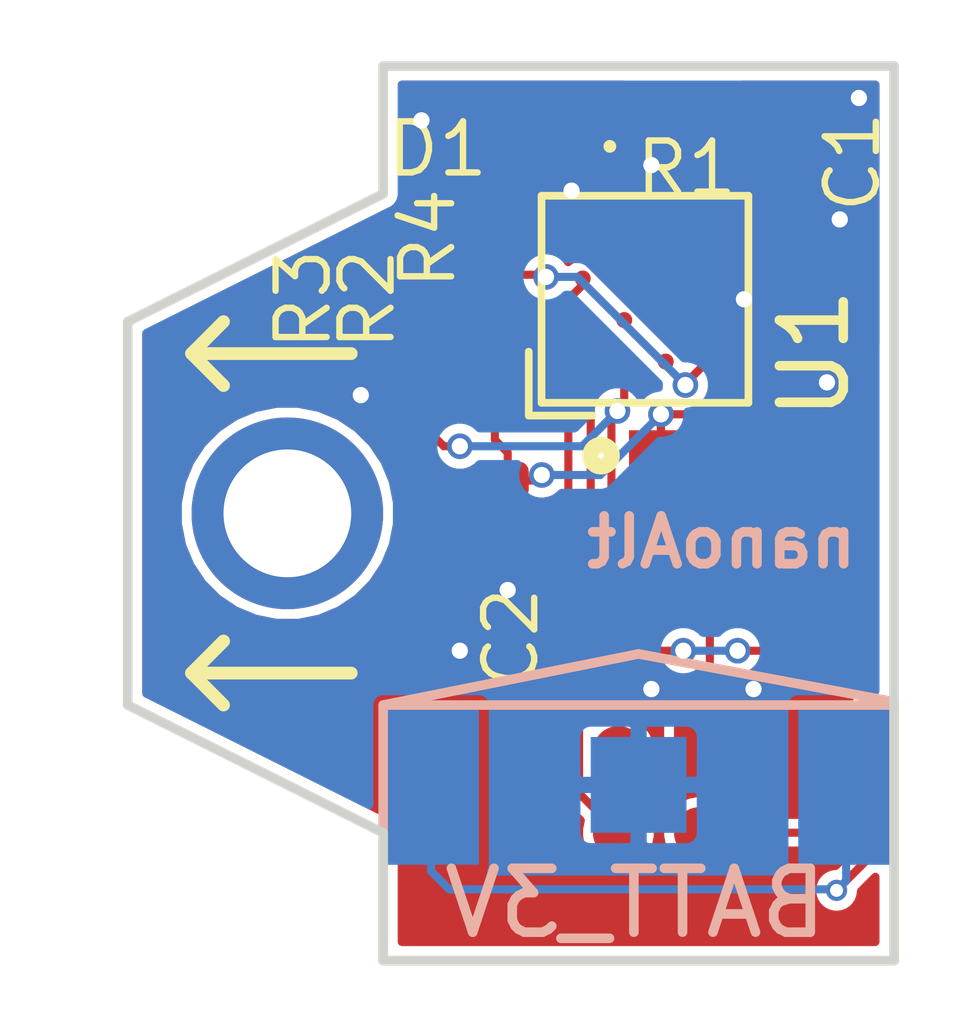
<source format=kicad_pcb>
(kicad_pcb (version 20171130) (host pcbnew 5.1.6)

  (general
    (thickness 1.6)
    (drawings 16)
    (tracks 123)
    (zones 0)
    (modules 12)
    (nets 16)
  )

  (page A4)
  (layers
    (0 F.Cu signal)
    (31 B.Cu signal)
    (32 B.Adhes user)
    (33 F.Adhes user)
    (34 B.Paste user)
    (35 F.Paste user)
    (36 B.SilkS user)
    (37 F.SilkS user)
    (38 B.Mask user hide)
    (39 F.Mask user hide)
    (40 Dwgs.User user hide)
    (41 Cmts.User user hide)
    (42 Eco1.User user hide)
    (43 Eco2.User user hide)
    (44 Edge.Cuts user)
    (45 Margin user hide)
    (46 B.CrtYd user)
    (47 F.CrtYd user)
    (48 B.Fab user hide)
    (49 F.Fab user hide)
  )

  (setup
    (last_trace_width 0.127)
    (user_trace_width 0.1524)
    (user_trace_width 0.2)
    (trace_clearance 0.1524)
    (zone_clearance 0.1524)
    (zone_45_only no)
    (trace_min 0.127)
    (via_size 0.6)
    (via_drill 0.4)
    (via_min_size 0.3302)
    (via_min_drill 0.2032)
    (user_via 0.3302 0.2032)
    (user_via 0.3556 0.254)
    (user_via 0.3556 0.354)
    (user_via 0.4 0.254)
    (uvia_size 0.3)
    (uvia_drill 0.1)
    (uvias_allowed no)
    (uvia_min_size 0.2)
    (uvia_min_drill 0.1)
    (edge_width 0.15)
    (segment_width 0.2)
    (pcb_text_width 0.3)
    (pcb_text_size 1.5 1.5)
    (mod_edge_width 0.15)
    (mod_text_size 1 1)
    (mod_text_width 0.15)
    (pad_size 0.8 0.8)
    (pad_drill 0)
    (pad_to_mask_clearance 0.0127)
    (pad_to_paste_clearance_ratio -0.1)
    (aux_axis_origin 0 0)
    (visible_elements 7FFFFF7F)
    (pcbplotparams
      (layerselection 0x01020_7ffffff8)
      (usegerberextensions false)
      (usegerberattributes false)
      (usegerberadvancedattributes false)
      (creategerberjobfile false)
      (excludeedgelayer true)
      (linewidth 0.100000)
      (plotframeref true)
      (viasonmask false)
      (mode 1)
      (useauxorigin false)
      (hpglpennumber 1)
      (hpglpenspeed 20)
      (hpglpendiameter 15.000000)
      (psnegative false)
      (psa4output false)
      (plotreference true)
      (plotvalue true)
      (plotinvisibletext false)
      (padsonsilk false)
      (subtractmaskfromsilk true)
      (outputformat 1)
      (mirror false)
      (drillshape 0)
      (scaleselection 1)
      (outputdirectory "./"))
  )

  (net 0 "")
  (net 1 GND)
  (net 2 +BATT)
  (net 3 "Net-(U1-PadC4)")
  (net 4 "Net-(U1-PadC3)")
  (net 5 "Net-(U1-PadC2)")
  (net 6 "Net-(U1-PadC1)")
  (net 7 "Net-(U1-PadB2)")
  (net 8 "Net-(U1-PadB3)")
  (net 9 "Net-(U1-PadA4)")
  (net 10 /MOSI)
  (net 11 /SCL)
  (net 12 /RST)
  (net 13 /MISO)
  (net 14 "Net-(D1-Pad2)")
  (net 15 "Net-(R4-Pad1)")

  (net_class Default "This is the default net class."
    (clearance 0.1524)
    (trace_width 0.127)
    (via_dia 0.6)
    (via_drill 0.4)
    (uvia_dia 0.3)
    (uvia_drill 0.1)
    (add_net +BATT)
    (add_net /MISO)
    (add_net /MOSI)
    (add_net /RST)
    (add_net /SCL)
    (add_net GND)
    (add_net "Net-(D1-Pad2)")
    (add_net "Net-(R4-Pad1)")
    (add_net "Net-(U1-PadA4)")
    (add_net "Net-(U1-PadB2)")
    (add_net "Net-(U1-PadB3)")
    (add_net "Net-(U1-PadC1)")
    (add_net "Net-(U1-PadC2)")
    (add_net "Net-(U1-PadC3)")
    (add_net "Net-(U1-PadC4)")
  )

  (module My_CONNECTORS:Keystone2994_4.8mm_coincellholder (layer B.Cu) (tedit 5B0C7BF7) (tstamp 5B0C7221)
    (at 139 110.25 180)
    (fp_text reference BATT_3V (at 0.05 -1.85 180) (layer B.SilkS)
      (effects (font (size 1 1) (thickness 0.15)) (justify mirror))
    )
    (fp_text value Keystone2994_4.8mm_coincellholder (at 0 3.2 180) (layer B.Fab)
      (effects (font (size 1 1) (thickness 0.15)) (justify mirror))
    )
    (fp_line (start 4 1.25) (end 4 -2.75) (layer B.SilkS) (width 0.15))
    (fp_line (start 4 -2.75) (end -4 -2.75) (layer B.SilkS) (width 0.15))
    (fp_line (start -4 -2.75) (end -4 1.25) (layer B.SilkS) (width 0.15))
    (fp_line (start 4 1.25) (end -4 1.25) (layer B.SilkS) (width 0.15))
    (fp_line (start 0 2.05) (end -4 1.3) (layer B.SilkS) (width 0.15))
    (fp_line (start 0 2.05) (end 4 1.25) (layer B.SilkS) (width 0.15))
    (pad 1 smd rect (at -3.25 0 180) (size 1.5 2.5) (layers B.Cu B.Paste B.Mask)
      (net 2 +BATT) (solder_paste_margin_ratio -0.1))
    (pad 1 smd rect (at 3.25 0 180) (size 1.5 2.5) (layers B.Cu B.Paste B.Mask)
      (net 2 +BATT) (solder_paste_margin_ratio -0.1))
    (pad 2 smd rect (at 0 0 180) (size 1.5 1.5) (layers B.Cu B.Paste B.Mask)
      (net 1 GND) (solder_paste_margin_ratio -0.1))
  )

  (module Resistor_SMD:R_0402_1005Metric (layer F.Cu) (tedit 5B301BBD) (tstamp 5B085E5F)
    (at 135.8 103.7495 270)
    (descr "Resistor SMD 0402 (1005 Metric), square (rectangular) end terminal, IPC_7351 nominal, (Body size source: http://www.tortai-tech.com/upload/download/2011102023233369053.pdf), generated with kicad-footprint-generator")
    (tags resistor)
    (path /5B05D8C1)
    (attr smd)
    (fp_text reference R3 (at -1.0995 2.05 90) (layer F.SilkS)
      (effects (font (size 0.8 0.8) (thickness 0.1)))
    )
    (fp_text value 10K (at 0 1.17 90) (layer F.Fab)
      (effects (font (size 1 1) (thickness 0.15)))
    )
    (fp_text user %R (at 0 0 90) (layer F.Fab)
      (effects (font (size 0.25 0.25) (thickness 0.04)))
    )
    (fp_line (start -0.5 0.25) (end -0.5 -0.25) (layer F.Fab) (width 0.1))
    (fp_line (start -0.5 -0.25) (end 0.5 -0.25) (layer F.Fab) (width 0.1))
    (fp_line (start 0.5 -0.25) (end 0.5 0.25) (layer F.Fab) (width 0.1))
    (fp_line (start 0.5 0.25) (end -0.5 0.25) (layer F.Fab) (width 0.1))
    (fp_line (start -0.93 0.47) (end -0.93 -0.47) (layer F.CrtYd) (width 0.05))
    (fp_line (start -0.93 -0.47) (end 0.93 -0.47) (layer F.CrtYd) (width 0.05))
    (fp_line (start 0.93 -0.47) (end 0.93 0.47) (layer F.CrtYd) (width 0.05))
    (fp_line (start 0.93 0.47) (end -0.93 0.47) (layer F.CrtYd) (width 0.05))
    (pad 2 smd roundrect (at 0.485 0 270) (size 0.59 0.64) (layers F.Cu F.Paste F.Mask) (roundrect_rratio 0.25)
      (net 11 /SCL))
    (pad 1 smd roundrect (at -0.485 0 270) (size 0.59 0.64) (layers F.Cu F.Paste F.Mask) (roundrect_rratio 0.25)
      (net 2 +BATT))
    (model ${KISYS3DMOD}/Resistor_SMD.3dshapes/R_0402_1005Metric.wrl
      (at (xyz 0 0 0))
      (scale (xyz 1 1 1))
      (rotate (xyz 0 0 0))
    )
  )

  (module Package_BGA:UFBGA-15_3.0x3.0mm_Layout4x4_P0.65mm (layer F.Cu) (tedit 5EC66779) (tstamp 5EC669DB)
    (at 139.1 102.65 90)
    (descr "UFBGA-15, 4x4, 3x3mm package, pitch 0.65mm")
    (tags UFBGA-15)
    (path /5EC5E744)
    (attr smd)
    (fp_text reference U1 (at -0.85 2.65 90) (layer F.SilkS)
      (effects (font (size 1 1) (thickness 0.15)))
    )
    (fp_text value ATtiny24A-CCU (at 0 3.25 90) (layer F.Fab)
      (effects (font (size 1 1) (thickness 0.15)))
    )
    (fp_text user %R (at 0 0 90) (layer F.Fab)
      (effects (font (size 0.65 0.65) (thickness 0.12)))
    )
    (fp_line (start 1.75 1.75) (end -1.75 1.75) (layer F.CrtYd) (width 0.05))
    (fp_line (start 1.75 1.75) (end 1.75 -1.75) (layer F.CrtYd) (width 0.05))
    (fp_line (start -1.75 -1.75) (end -1.75 1.75) (layer F.CrtYd) (width 0.05))
    (fp_line (start -1.75 -1.75) (end 1.75 -1.75) (layer F.CrtYd) (width 0.05))
    (fp_line (start -0.5 -1.5) (end 1.5 -1.5) (layer F.Fab) (width 0.1))
    (fp_line (start -1.5 -0.5) (end -0.5 -1.5) (layer F.Fab) (width 0.1))
    (fp_line (start -1.5 1.5) (end -1.5 -0.5) (layer F.Fab) (width 0.1))
    (fp_line (start 1.5 1.5) (end -1.5 1.5) (layer F.Fab) (width 0.1))
    (fp_line (start 1.5 -1.5) (end 1.5 1.5) (layer F.Fab) (width 0.1))
    (fp_line (start -1.62 -1.62) (end 1.62 -1.62) (layer F.SilkS) (width 0.12))
    (fp_line (start -1.62 1.62) (end -1.62 -1.62) (layer F.SilkS) (width 0.12))
    (fp_line (start 1.62 1.62) (end -1.62 1.62) (layer F.SilkS) (width 0.12))
    (fp_line (start 1.62 -1.62) (end 1.62 1.62) (layer F.SilkS) (width 0.12))
    (fp_line (start -1.82 -1.82) (end -1.82 -0.82) (layer F.SilkS) (width 0.12))
    (fp_line (start -0.82 -1.82) (end -1.82 -1.82) (layer F.SilkS) (width 0.12))
    (pad D4 smd circle (at 0.975 0.975 90) (size 0.25 0.25) (layers F.Cu F.Paste F.Mask)
      (net 2 +BATT))
    (pad C4 smd circle (at 0.975 0.325 90) (size 0.25 0.25) (layers F.Cu F.Paste F.Mask)
      (net 3 "Net-(U1-PadC4)"))
    (pad B4 smd circle (at 0.975 -0.325 90) (size 0.25 0.25) (layers F.Cu F.Paste F.Mask)
      (net 12 /RST))
    (pad A4 smd circle (at 0.975 -0.975 90) (size 0.25 0.25) (layers F.Cu F.Paste F.Mask)
      (net 9 "Net-(U1-PadA4)"))
    (pad D3 smd circle (at 0.325 0.975 90) (size 0.25 0.25) (layers F.Cu F.Paste F.Mask)
      (net 1 GND))
    (pad C3 smd circle (at 0.325 0.325 90) (size 0.25 0.25) (layers F.Cu F.Paste F.Mask)
      (net 4 "Net-(U1-PadC3)"))
    (pad B3 smd circle (at 0.325 -0.325 90) (size 0.25 0.25) (layers F.Cu F.Paste F.Mask)
      (net 8 "Net-(U1-PadB3)"))
    (pad A3 smd circle (at 0.325 -0.975 90) (size 0.25 0.25) (layers F.Cu F.Paste F.Mask)
      (net 10 /MOSI))
    (pad D2 smd circle (at -0.325 0.975 90) (size 0.25 0.25) (layers F.Cu F.Paste F.Mask)
      (net 1 GND))
    (pad C2 smd circle (at -0.325 0.325 90) (size 0.25 0.25) (layers F.Cu F.Paste F.Mask)
      (net 5 "Net-(U1-PadC2)"))
    (pad B2 smd circle (at -0.325 -0.325 90) (size 0.25 0.25) (layers F.Cu F.Paste F.Mask)
      (net 7 "Net-(U1-PadB2)"))
    (pad A2 smd circle (at -0.325 -0.975 90) (size 0.25 0.25) (layers F.Cu F.Paste F.Mask)
      (net 13 /MISO))
    (pad D1 smd circle (at -0.975 0.975 90) (size 0.25 0.25) (layers F.Cu F.Paste F.Mask)
      (net 15 "Net-(R4-Pad1)"))
    (pad C1 smd circle (at -0.975 0.325 90) (size 0.25 0.25) (layers F.Cu F.Paste F.Mask)
      (net 6 "Net-(U1-PadC1)"))
    (pad B1 smd circle (at -0.975 -0.325 90) (size 0.25 0.25) (layers F.Cu F.Paste F.Mask)
      (net 11 /SCL))
    (model ${KISYS3DMOD}/Package_BGA.3dshapes/UFBGA-15_3.0x3.0mm_Layout4x4_P0.65mm.wrl
      (at (xyz 0 0 0))
      (scale (xyz 1 1 1))
      (rotate (xyz 0 0 0))
    )
  )

  (module Resistor_SMD:R_0402_1005Metric (layer F.Cu) (tedit 5B301BBD) (tstamp 5B085E67)
    (at 136.8 101.781 90)
    (descr "Resistor SMD 0402 (1005 Metric), square (rectangular) end terminal, IPC_7351 nominal, (Body size source: http://www.tortai-tech.com/upload/download/2011102023233369053.pdf), generated with kicad-footprint-generator")
    (tags resistor)
    (path /5B05DD62)
    (attr smd)
    (fp_text reference R4 (at 0.081 -1.1 90) (layer F.SilkS)
      (effects (font (size 0.8 0.8) (thickness 0.1)))
    )
    (fp_text value 33 (at 0 1.17 90) (layer F.Fab)
      (effects (font (size 1 1) (thickness 0.15)))
    )
    (fp_text user %R (at 0 0 90) (layer F.Fab)
      (effects (font (size 0.25 0.25) (thickness 0.04)))
    )
    (fp_line (start -0.5 0.25) (end -0.5 -0.25) (layer F.Fab) (width 0.1))
    (fp_line (start -0.5 -0.25) (end 0.5 -0.25) (layer F.Fab) (width 0.1))
    (fp_line (start 0.5 -0.25) (end 0.5 0.25) (layer F.Fab) (width 0.1))
    (fp_line (start 0.5 0.25) (end -0.5 0.25) (layer F.Fab) (width 0.1))
    (fp_line (start -0.93 0.47) (end -0.93 -0.47) (layer F.CrtYd) (width 0.05))
    (fp_line (start -0.93 -0.47) (end 0.93 -0.47) (layer F.CrtYd) (width 0.05))
    (fp_line (start 0.93 -0.47) (end 0.93 0.47) (layer F.CrtYd) (width 0.05))
    (fp_line (start 0.93 0.47) (end -0.93 0.47) (layer F.CrtYd) (width 0.05))
    (pad 2 smd roundrect (at 0.485 0 90) (size 0.59 0.64) (layers F.Cu F.Paste F.Mask) (roundrect_rratio 0.25)
      (net 14 "Net-(D1-Pad2)"))
    (pad 1 smd roundrect (at -0.485 0 90) (size 0.59 0.64) (layers F.Cu F.Paste F.Mask) (roundrect_rratio 0.25)
      (net 15 "Net-(R4-Pad1)"))
    (model ${KISYS3DMOD}/Resistor_SMD.3dshapes/R_0402_1005Metric.wrl
      (at (xyz 0 0 0))
      (scale (xyz 1 1 1))
      (rotate (xyz 0 0 0))
    )
  )

  (module Resistor_SMD:R_0402_1005Metric (layer F.Cu) (tedit 5B301BBD) (tstamp 5B085E57)
    (at 136.75 103.7495 90)
    (descr "Resistor SMD 0402 (1005 Metric), square (rectangular) end terminal, IPC_7351 nominal, (Body size source: http://www.tortai-tech.com/upload/download/2011102023233369053.pdf), generated with kicad-footprint-generator")
    (tags resistor)
    (path /5B05D76B)
    (attr smd)
    (fp_text reference R2 (at 1.0995 -2 90) (layer F.SilkS)
      (effects (font (size 0.8 0.8) (thickness 0.1)))
    )
    (fp_text value 10K (at 0 1.17 90) (layer F.Fab)
      (effects (font (size 1 1) (thickness 0.15)))
    )
    (fp_text user %R (at 0 0 90) (layer F.Fab)
      (effects (font (size 0.25 0.25) (thickness 0.04)))
    )
    (fp_line (start -0.5 0.25) (end -0.5 -0.25) (layer F.Fab) (width 0.1))
    (fp_line (start -0.5 -0.25) (end 0.5 -0.25) (layer F.Fab) (width 0.1))
    (fp_line (start 0.5 -0.25) (end 0.5 0.25) (layer F.Fab) (width 0.1))
    (fp_line (start 0.5 0.25) (end -0.5 0.25) (layer F.Fab) (width 0.1))
    (fp_line (start -0.93 0.47) (end -0.93 -0.47) (layer F.CrtYd) (width 0.05))
    (fp_line (start -0.93 -0.47) (end 0.93 -0.47) (layer F.CrtYd) (width 0.05))
    (fp_line (start 0.93 -0.47) (end 0.93 0.47) (layer F.CrtYd) (width 0.05))
    (fp_line (start 0.93 0.47) (end -0.93 0.47) (layer F.CrtYd) (width 0.05))
    (pad 2 smd roundrect (at 0.485 0 90) (size 0.59 0.64) (layers F.Cu F.Paste F.Mask) (roundrect_rratio 0.25)
      (net 10 /MOSI))
    (pad 1 smd roundrect (at -0.485 0 90) (size 0.59 0.64) (layers F.Cu F.Paste F.Mask) (roundrect_rratio 0.25)
      (net 2 +BATT))
    (model ${KISYS3DMOD}/Resistor_SMD.3dshapes/R_0402_1005Metric.wrl
      (at (xyz 0 0 0))
      (scale (xyz 1 1 1))
      (rotate (xyz 0 0 0))
    )
  )

  (module Resistor_SMD:R_0402_1005Metric (layer F.Cu) (tedit 5B301BBD) (tstamp 5B085EE0)
    (at 139.7 99.65 180)
    (descr "Resistor SMD 0402 (1005 Metric), square (rectangular) end terminal, IPC_7351 nominal, (Body size source: http://www.tortai-tech.com/upload/download/2011102023233369053.pdf), generated with kicad-footprint-generator")
    (tags resistor)
    (path /5B05AD7B)
    (attr smd)
    (fp_text reference R1 (at -0.05 -0.95 180) (layer F.SilkS)
      (effects (font (size 0.8 0.8) (thickness 0.1)))
    )
    (fp_text value 10K (at 0 1.17) (layer F.Fab)
      (effects (font (size 1 1) (thickness 0.15)))
    )
    (fp_text user %R (at 0 0) (layer F.Fab)
      (effects (font (size 0.25 0.25) (thickness 0.04)))
    )
    (fp_line (start -0.5 0.25) (end -0.5 -0.25) (layer F.Fab) (width 0.1))
    (fp_line (start -0.5 -0.25) (end 0.5 -0.25) (layer F.Fab) (width 0.1))
    (fp_line (start 0.5 -0.25) (end 0.5 0.25) (layer F.Fab) (width 0.1))
    (fp_line (start 0.5 0.25) (end -0.5 0.25) (layer F.Fab) (width 0.1))
    (fp_line (start -0.93 0.47) (end -0.93 -0.47) (layer F.CrtYd) (width 0.05))
    (fp_line (start -0.93 -0.47) (end 0.93 -0.47) (layer F.CrtYd) (width 0.05))
    (fp_line (start 0.93 -0.47) (end 0.93 0.47) (layer F.CrtYd) (width 0.05))
    (fp_line (start 0.93 0.47) (end -0.93 0.47) (layer F.CrtYd) (width 0.05))
    (pad 2 smd roundrect (at 0.485 0 180) (size 0.59 0.64) (layers F.Cu F.Paste F.Mask) (roundrect_rratio 0.25)
      (net 12 /RST))
    (pad 1 smd roundrect (at -0.485 0 180) (size 0.59 0.64) (layers F.Cu F.Paste F.Mask) (roundrect_rratio 0.25)
      (net 2 +BATT))
    (model ${KISYS3DMOD}/Resistor_SMD.3dshapes/R_0402_1005Metric.wrl
      (at (xyz 0 0 0))
      (scale (xyz 1 1 1))
      (rotate (xyz 0 0 0))
    )
  )

  (module LED_SMD:LED_0402_1005Metric (layer F.Cu) (tedit 5B301BBE) (tstamp 5B085E4F)
    (at 137.46 100.257 180)
    (descr "LED SMD 0402 (1005 Metric), square (rectangular) end terminal, IPC_7351 nominal, (Body size source: http://www.tortai-tech.com/upload/download/2011102023233369053.pdf), generated with kicad-footprint-generator")
    (tags LED)
    (path /5B05E1E8)
    (attr smd)
    (fp_text reference D1 (at 1.61 -0.043) (layer F.SilkS)
      (effects (font (size 0.8 0.8) (thickness 0.1)))
    )
    (fp_text value LED (at 0 1.17) (layer F.Fab)
      (effects (font (size 1 1) (thickness 0.15)))
    )
    (fp_text user %R (at 0 0) (layer F.Fab)
      (effects (font (size 0.25 0.25) (thickness 0.04)))
    )
    (fp_circle (center -1.09 0) (end -1.04 0) (layer F.SilkS) (width 0.1))
    (fp_line (start -0.5 0.25) (end -0.5 -0.25) (layer F.Fab) (width 0.1))
    (fp_line (start -0.5 -0.25) (end 0.5 -0.25) (layer F.Fab) (width 0.1))
    (fp_line (start 0.5 -0.25) (end 0.5 0.25) (layer F.Fab) (width 0.1))
    (fp_line (start 0.5 0.25) (end -0.5 0.25) (layer F.Fab) (width 0.1))
    (fp_line (start -0.4 0.25) (end -0.4 -0.25) (layer F.Fab) (width 0.1))
    (fp_line (start -0.3 0.25) (end -0.3 -0.25) (layer F.Fab) (width 0.1))
    (fp_line (start -0.93 0.47) (end -0.93 -0.47) (layer F.CrtYd) (width 0.05))
    (fp_line (start -0.93 -0.47) (end 0.93 -0.47) (layer F.CrtYd) (width 0.05))
    (fp_line (start 0.93 -0.47) (end 0.93 0.47) (layer F.CrtYd) (width 0.05))
    (fp_line (start 0.93 0.47) (end -0.93 0.47) (layer F.CrtYd) (width 0.05))
    (pad 2 smd roundrect (at 0.485 0 180) (size 0.59 0.64) (layers F.Cu F.Paste F.Mask) (roundrect_rratio 0.25)
      (net 14 "Net-(D1-Pad2)"))
    (pad 1 smd roundrect (at -0.485 0 180) (size 0.59 0.64) (layers F.Cu F.Paste F.Mask) (roundrect_rratio 0.25)
      (net 1 GND))
    (model ${KISYS3DMOD}/LED_SMD.3dshapes/LED_0402_1005Metric.wrl
      (at (xyz 0 0 0))
      (scale (xyz 1 1 1))
      (rotate (xyz 0 0 0))
    )
  )

  (module Capacitor_SMD:C_0402_1005Metric (layer F.Cu) (tedit 5B301BBE) (tstamp 5B085ED8)
    (at 136.96 105.972 270)
    (descr "Capacitor SMD 0402 (1005 Metric), square (rectangular) end terminal, IPC_7351 nominal, (Body size source: http://www.tortai-tech.com/upload/download/2011102023233369053.pdf), generated with kicad-footprint-generator")
    (tags capacitor)
    (path /5B05AFAD)
    (attr smd)
    (fp_text reference C2 (at 1.978 -0.04 90) (layer F.SilkS)
      (effects (font (size 0.8 0.8) (thickness 0.1)))
    )
    (fp_text value 100n (at 0 1.17 90) (layer F.Fab)
      (effects (font (size 1 1) (thickness 0.15)))
    )
    (fp_text user %R (at 0 0 90) (layer F.Fab)
      (effects (font (size 0.25 0.25) (thickness 0.04)))
    )
    (fp_line (start -0.5 0.25) (end -0.5 -0.25) (layer F.Fab) (width 0.1))
    (fp_line (start -0.5 -0.25) (end 0.5 -0.25) (layer F.Fab) (width 0.1))
    (fp_line (start 0.5 -0.25) (end 0.5 0.25) (layer F.Fab) (width 0.1))
    (fp_line (start 0.5 0.25) (end -0.5 0.25) (layer F.Fab) (width 0.1))
    (fp_line (start -0.93 0.47) (end -0.93 -0.47) (layer F.CrtYd) (width 0.05))
    (fp_line (start -0.93 -0.47) (end 0.93 -0.47) (layer F.CrtYd) (width 0.05))
    (fp_line (start 0.93 -0.47) (end 0.93 0.47) (layer F.CrtYd) (width 0.05))
    (fp_line (start 0.93 0.47) (end -0.93 0.47) (layer F.CrtYd) (width 0.05))
    (pad 2 smd roundrect (at 0.485 0 270) (size 0.59 0.64) (layers F.Cu F.Paste F.Mask) (roundrect_rratio 0.25)
      (net 1 GND))
    (pad 1 smd roundrect (at -0.485 0 270) (size 0.59 0.64) (layers F.Cu F.Paste F.Mask) (roundrect_rratio 0.25)
      (net 2 +BATT))
    (model ${KISYS3DMOD}/Capacitor_SMD.3dshapes/C_0402_1005Metric.wrl
      (at (xyz 0 0 0))
      (scale (xyz 1 1 1))
      (rotate (xyz 0 0 0))
    )
  )

  (module Capacitor_SMD:C_0402_1005Metric (layer F.Cu) (tedit 5B301BBE) (tstamp 5B085ED0)
    (at 141.35 100.87 270)
    (descr "Capacitor SMD 0402 (1005 Metric), square (rectangular) end terminal, IPC_7351 nominal, (Body size source: http://www.tortai-tech.com/upload/download/2011102023233369053.pdf), generated with kicad-footprint-generator")
    (tags capacitor)
    (path /5B05AECD)
    (attr smd)
    (fp_text reference C1 (at -0.37 -1 90) (layer F.SilkS)
      (effects (font (size 0.8 0.8) (thickness 0.1)))
    )
    (fp_text value 100n (at 0 1.17 90) (layer F.Fab)
      (effects (font (size 1 1) (thickness 0.15)))
    )
    (fp_text user %R (at 0 0 90) (layer F.Fab)
      (effects (font (size 0.25 0.25) (thickness 0.04)))
    )
    (fp_line (start -0.5 0.25) (end -0.5 -0.25) (layer F.Fab) (width 0.1))
    (fp_line (start -0.5 -0.25) (end 0.5 -0.25) (layer F.Fab) (width 0.1))
    (fp_line (start 0.5 -0.25) (end 0.5 0.25) (layer F.Fab) (width 0.1))
    (fp_line (start 0.5 0.25) (end -0.5 0.25) (layer F.Fab) (width 0.1))
    (fp_line (start -0.93 0.47) (end -0.93 -0.47) (layer F.CrtYd) (width 0.05))
    (fp_line (start -0.93 -0.47) (end 0.93 -0.47) (layer F.CrtYd) (width 0.05))
    (fp_line (start 0.93 -0.47) (end 0.93 0.47) (layer F.CrtYd) (width 0.05))
    (fp_line (start 0.93 0.47) (end -0.93 0.47) (layer F.CrtYd) (width 0.05))
    (pad 2 smd roundrect (at 0.485 0 270) (size 0.59 0.64) (layers F.Cu F.Paste F.Mask) (roundrect_rratio 0.25)
      (net 1 GND))
    (pad 1 smd roundrect (at -0.485 0 270) (size 0.59 0.64) (layers F.Cu F.Paste F.Mask) (roundrect_rratio 0.25)
      (net 2 +BATT))
    (model ${KISYS3DMOD}/Capacitor_SMD.3dshapes/C_0402_1005Metric.wrl
      (at (xyz 0 0 0))
      (scale (xyz 1 1 1))
      (rotate (xyz 0 0 0))
    )
  )

  (module MS5637_1 (layer F.Cu) (tedit 5B05D42E) (tstamp 5B05A492)
    (at 140.35 106.2)
    (descr MS5637_1)
    (tags "Integrated Circuit")
    (path /5B05A2AC)
    (attr smd)
    (fp_text reference IC1 (at 0 -2.7305) (layer F.SilkS) hide
      (effects (font (size 1.27 1.27) (thickness 0.254)))
    )
    (fp_text value MS563702BA03-50 (at -0.29737 -0.00763) (layer F.SilkS) hide
      (effects (font (size 1.27 1.27) (thickness 0.254)))
    )
    (fp_circle (center -1.938 -1.102) (end -1.978 -1.102) (layer F.SilkS) (width 0.254))
    (fp_line (start -1.5 1.5) (end -1.5 -1.5) (layer Dwgs.User) (width 0.2))
    (fp_line (start 1.5 1.5) (end -1.5 1.5) (layer Dwgs.User) (width 0.2))
    (fp_line (start 1.5 -1.5) (end 1.5 1.5) (layer Dwgs.User) (width 0.2))
    (fp_line (start -1.5 -1.5) (end 1.5 -1.5) (layer Dwgs.User) (width 0.2))
    (pad 1 smd rect (at -1 -1 90) (size 1 1) (layers F.Cu F.Paste F.Mask)
      (net 2 +BATT))
    (pad 2 smd rect (at -1 1 90) (size 1 1) (layers F.Cu F.Paste F.Mask)
      (net 10 /MOSI))
    (pad 3 smd rect (at 1 1 90) (size 1 1) (layers F.Cu F.Paste F.Mask)
      (net 11 /SCL))
    (pad 4 smd rect (at 1 -1 90) (size 1 1) (layers F.Cu F.Paste F.Mask)
      (net 1 GND))
  )

  (module My_VIAS:2mm_hole (layer F.Cu) (tedit 5B0C469F) (tstamp 5B086230)
    (at 133.5 106)
    (fp_text reference INTEGRATE (at -3.5 0 270) (layer F.SilkS) hide
      (effects (font (size 1 1) (thickness 0.15)))
    )
    (fp_text value 2mm_hole (at 0 -2.2) (layer F.Fab)
      (effects (font (size 1 1) (thickness 0.15)))
    )
    (pad 1 thru_hole circle (at 0 0) (size 3 3) (drill 2) (layers *.Cu *.Mask))
  )

  (module My_Connectors:50mil_POGO (layer F.Cu) (tedit 5B5E038A) (tstamp 5B5DBC8F)
    (at 138.684 110.998)
    (path /5B05B385)
    (fp_text reference J1 (at 0 1.27) (layer F.SilkS) hide
      (effects (font (size 1 1) (thickness 0.15)))
    )
    (fp_text value AVR_SPI_PROG_3X2TESTPOINTS (at 0 -2.54) (layer F.Fab)
      (effects (font (size 1 1) (thickness 0.15)))
    )
    (pad 1 smd rect (at 1.27 -1.27) (size 0.8 0.8) (layers F.Cu F.Mask)
      (net 13 /MISO))
    (pad 2 smd circle (at 1.27 0) (size 0.8 0.8) (layers F.Cu F.Mask)
      (net 2 +BATT))
    (pad 3 smd circle (at 0 -1.27) (size 0.8 0.8) (layers F.Cu F.Mask)
      (net 11 /SCL))
    (pad 4 smd circle (at 0 0) (size 0.8 0.8) (layers F.Cu F.Mask)
      (net 10 /MOSI))
    (pad 5 smd circle (at -1.27 -1.27) (size 0.8 0.8) (layers F.Cu F.Mask)
      (net 12 /RST))
    (pad 6 smd circle (at -1.27 0) (size 0.8 0.8) (layers F.Cu F.Mask)
      (net 1 GND))
  )

  (gr_line (start 135 99) (end 143 99) (layer Edge.Cuts) (width 0.15))
  (gr_line (start 143 113) (end 143 99) (layer Edge.Cuts) (width 0.15))
  (gr_line (start 135 113) (end 143 113) (layer Edge.Cuts) (width 0.15))
  (gr_line (start 135 111) (end 135 113) (layer Edge.Cuts) (width 0.15))
  (gr_line (start 135 101) (end 135 99) (layer Edge.Cuts) (width 0.15))
  (gr_line (start 132 108.5) (end 132.5 109) (layer F.SilkS) (width 0.2))
  (gr_line (start 132.5 108) (end 132 108.5) (layer F.SilkS) (width 0.2))
  (gr_line (start 132 108.5) (end 132.5 108) (layer F.SilkS) (width 0.2))
  (gr_line (start 134.5 108.5) (end 132 108.5) (layer F.SilkS) (width 0.2))
  (gr_line (start 132.5 104) (end 132 103.5) (layer F.SilkS) (width 0.2))
  (gr_line (start 132.5 103) (end 132 103.5) (layer F.SilkS) (width 0.2))
  (gr_line (start 134.5 103.5) (end 132 103.5) (layer F.SilkS) (width 0.2))
  (gr_line (start 131 109) (end 135 111) (layer Edge.Cuts) (width 0.15))
  (gr_line (start 131 103) (end 131 109) (layer Edge.Cuts) (width 0.15))
  (gr_line (start 135 101) (end 131 103) (layer Edge.Cuts) (width 0.15))
  (gr_text nanoAlt (at 140.3 106.45) (layer B.SilkS)
    (effects (font (size 0.75 0.75) (thickness 0.15)) (justify mirror))
  )

  (segment (start 140.0715 102.3225) (end 140.0715 102.3115) (width 0.127) (layer F.Cu) (net 1))
  (via (at 137.95 100.95) (size 0.4) (drill 0.254) (layers F.Cu B.Cu) (net 1))
  (segment (start 137.945 100.257) (end 137.945 100.945) (width 0.127) (layer F.Cu) (net 1))
  (segment (start 137.945 100.945) (end 137.95 100.95) (width 0.127) (layer F.Cu) (net 1))
  (via (at 141.95 103.95) (size 0.4) (drill 0.254) (layers F.Cu B.Cu) (net 1))
  (via (at 140.65 102.65) (size 0.4) (drill 0.254) (layers F.Cu B.Cu) (net 1))
  (via (at 142.15 101.4) (size 0.4) (drill 0.254) (layers F.Cu B.Cu) (net 1))
  (via (at 136.95 107.2) (size 0.4) (drill 0.254) (layers F.Cu B.Cu) (net 1))
  (via (at 136.2 108.15) (size 0.4) (drill 0.254) (layers F.Cu B.Cu) (net 1))
  (via (at 142.45 99.5) (size 0.4) (drill 0.254) (layers F.Cu B.Cu) (net 1))
  (via (at 139.2 108.75) (size 0.4) (drill 0.254) (layers F.Cu B.Cu) (net 1))
  (via (at 139.2 100.55) (size 0.4) (drill 0.254) (layers F.Cu B.Cu) (net 1))
  (via (at 135.6 99.85) (size 0.4) (drill 0.254) (layers F.Cu B.Cu) (net 1))
  (via (at 134.65 104.15) (size 0.4) (drill 0.254) (layers F.Cu B.Cu) (net 1))
  (via (at 140.8 108.75) (size 0.4) (drill 0.254) (layers F.Cu B.Cu) (net 1))
  (segment (start 140.1905 100.1125) (end 140.328 100.25) (width 0.127) (layer F.Cu) (net 2))
  (segment (start 140.328 100.25) (end 140.448 100.37) (width 0.127) (layer F.Cu) (net 2))
  (segment (start 140.1905 99.6855) (end 140.1905 100.1125) (width 0.127) (layer F.Cu) (net 2))
  (segment (start 140.448 100.37) (end 140.843 100.37) (width 0.127) (layer F.Cu) (net 2))
  (segment (start 140.843 100.37) (end 141.27 100.37) (width 0.127) (layer F.Cu) (net 2))
  (segment (start 136.75 104.2145) (end 135.8 103.2645) (width 0.127) (layer F.Cu) (net 2))
  (segment (start 136.75 104.2345) (end 136.75 104.2145) (width 0.127) (layer F.Cu) (net 2))
  (via (at 142.1 111.900004) (size 0.3302) (drill 0.2032) (layers F.Cu B.Cu) (net 2))
  (segment (start 142.58 111.420004) (end 142.475002 111.525002) (width 0.127) (layer F.Cu) (net 2))
  (segment (start 142.475002 111.525002) (end 142.1 111.900004) (width 0.127) (layer F.Cu) (net 2))
  (segment (start 142.58 110.13) (end 142.58 111.420004) (width 0.127) (layer F.Cu) (net 2))
  (segment (start 142.58 103.616466) (end 142.58 110.13) (width 0.127) (layer F.Cu) (net 2))
  (segment (start 140.075 101.675) (end 140.638534 101.675) (width 0.127) (layer F.Cu) (net 2))
  (segment (start 140.638534 101.675) (end 142.58 103.616466) (width 0.127) (layer F.Cu) (net 2))
  (segment (start 137.39709 105.487) (end 137.48409 105.4) (width 0.127) (layer F.Cu) (net 2))
  (segment (start 136.96 105.487) (end 137.39709 105.487) (width 0.127) (layer F.Cu) (net 2))
  (via (at 137.48409 105.4) (size 0.4) (drill 0.254) (layers F.Cu B.Cu) (net 2))
  (segment (start 142.58 110.998) (end 142.58 110.13) (width 0.127) (layer F.Cu) (net 2))
  (segment (start 139.954 110.998) (end 142.58 110.998) (width 0.127) (layer F.Cu) (net 2))
  (segment (start 136.95 105.462) (end 136.96 105.472) (width 0.127) (layer F.Cu) (net 2))
  (segment (start 136.75 104.2495) (end 136.75 104.85) (width 0.127) (layer F.Cu) (net 2))
  (segment (start 136.95 105.05) (end 136.95 105.462) (width 0.127) (layer F.Cu) (net 2))
  (segment (start 136.75 104.85) (end 136.95 105.05) (width 0.127) (layer F.Cu) (net 2))
  (via (at 139.35 104.450006) (size 0.4) (drill 0.254) (layers F.Cu B.Cu) (net 2))
  (segment (start 138.400006 105.4) (end 139.35 104.450006) (width 0.127) (layer B.Cu) (net 2))
  (segment (start 139.35 104.55) (end 139.35 104.450006) (width 0.127) (layer F.Cu) (net 2))
  (segment (start 137.48409 105.4) (end 138.400006 105.4) (width 0.127) (layer B.Cu) (net 2))
  (segment (start 139.449994 104.450006) (end 139.35 104.55) (width 0.127) (layer F.Cu) (net 2))
  (segment (start 140.279994 104.450006) (end 139.449994 104.450006) (width 0.127) (layer F.Cu) (net 2))
  (segment (start 140.328 100.25) (end 140.0715 100.5065) (width 0.127) (layer F.Cu) (net 2))
  (segment (start 140.0715 100.5065) (end 140.0715 101.6725) (width 0.127) (layer F.Cu) (net 2))
  (segment (start 140.0715 101.6725) (end 140.636034 101.6725) (width 0.127) (layer F.Cu) (net 2))
  (segment (start 140.636034 101.6725) (end 141.846767 102.883233) (width 0.127) (layer F.Cu) (net 2))
  (segment (start 141.846767 102.883233) (end 140.279994 104.450006) (width 0.127) (layer F.Cu) (net 2))
  (segment (start 139.35 105.2) (end 139.35 104.55) (width 0.127) (layer F.Cu) (net 2))
  (segment (start 139.35 104.450006) (end 139.35 105.2) (width 0.127) (layer F.Cu) (net 2))
  (segment (start 142.184099 111.884099) (end 136.034099 111.884099) (width 0.127) (layer B.Cu) (net 2))
  (segment (start 135.75 111.6) (end 135.75 110.25) (width 0.127) (layer B.Cu) (net 2))
  (segment (start 136.034099 111.884099) (end 135.75 111.6) (width 0.127) (layer B.Cu) (net 2))
  (segment (start 142.25 111.750004) (end 142.25 110.25) (width 0.127) (layer B.Cu) (net 2))
  (segment (start 142.1 111.900004) (end 142.25 111.750004) (width 0.127) (layer B.Cu) (net 2))
  (segment (start 139.4215 102.3225) (end 139.4215 102.3185) (width 0.127) (layer F.Cu) (net 4))
  (segment (start 138.7715 102.9725) (end 138.8075 102.9725) (width 0.127) (layer F.Cu) (net 7))
  (segment (start 138.46 107.2) (end 139.35 107.2) (width 0.127) (layer F.Cu) (net 10))
  (segment (start 136.7605 103.26) (end 136.75 103.2495) (width 0.127) (layer F.Cu) (net 10))
  (segment (start 138.1215 102.3225) (end 138.122057 102.3225) (width 0.127) (layer F.Cu) (net 10))
  (segment (start 138.068099 110.382099) (end 138.684 110.998) (width 0.127) (layer F.Cu) (net 10))
  (segment (start 138.068099 107.591901) (end 138.068099 110.382099) (width 0.127) (layer F.Cu) (net 10))
  (segment (start 138.46 107.2) (end 138.068099 107.591901) (width 0.127) (layer F.Cu) (net 10))
  (segment (start 137.2855 103.2645) (end 136.75 103.2645) (width 0.127) (layer F.Cu) (net 10))
  (segment (start 138.125 102.325) (end 138.125 102.425) (width 0.127) (layer F.Cu) (net 10))
  (segment (start 138.125 102.425) (end 137.2855 103.2645) (width 0.127) (layer F.Cu) (net 10))
  (segment (start 137.9 106.64) (end 137.9 103.879) (width 0.127) (layer F.Cu) (net 10))
  (segment (start 138.46 107.2) (end 137.9 106.64) (width 0.127) (layer F.Cu) (net 10))
  (segment (start 137.9 103.879) (end 137.2855 103.2645) (width 0.127) (layer F.Cu) (net 10))
  (segment (start 138.749 103.6) (end 138.7715 103.6225) (width 0.1524) (layer F.Cu) (net 11))
  (via (at 136.2 104.95) (size 0.4) (drill 0.254) (layers F.Cu B.Cu) (net 11))
  (via (at 138.668688 104.397808) (size 0.4) (drill 0.254) (layers F.Cu B.Cu) (net 11))
  (segment (start 138.775 103.625) (end 138.775 104.291496) (width 0.127) (layer F.Cu) (net 11))
  (segment (start 138.116496 104.95) (end 138.668688 104.397808) (width 0.127) (layer B.Cu) (net 11))
  (segment (start 136.2 104.95) (end 138.116496 104.95) (width 0.127) (layer B.Cu) (net 11))
  (segment (start 138.775 104.291496) (end 138.668688 104.397808) (width 0.127) (layer F.Cu) (net 11))
  (via (at 140.54999 108.15) (size 0.4) (drill 0.254) (layers F.Cu B.Cu) (net 11))
  (segment (start 140.54999 108.15) (end 139.700003 108.15) (width 0.127) (layer B.Cu) (net 11))
  (segment (start 138.967158 108.15) (end 139.700003 108.15) (width 0.127) (layer F.Cu) (net 11))
  (via (at 139.700003 108.15) (size 0.4) (drill 0.254) (layers F.Cu B.Cu) (net 11))
  (segment (start 138.684 108.433158) (end 138.967158 108.15) (width 0.127) (layer F.Cu) (net 11))
  (segment (start 138.684 109.728) (end 138.684 108.433158) (width 0.127) (layer F.Cu) (net 11))
  (segment (start 140.95 108.15) (end 140.54999 108.15) (width 0.127) (layer F.Cu) (net 11))
  (segment (start 141.35 107.2) (end 141.35 107.75) (width 0.127) (layer F.Cu) (net 11))
  (segment (start 141.35 107.75) (end 140.95 108.15) (width 0.127) (layer F.Cu) (net 11))
  (segment (start 135.95 104.95) (end 136.2 104.95) (width 0.127) (layer F.Cu) (net 11))
  (segment (start 135.8 104.2345) (end 135.8 104.8) (width 0.127) (layer F.Cu) (net 11))
  (segment (start 135.8 104.8) (end 135.95 104.95) (width 0.127) (layer F.Cu) (net 11))
  (segment (start 138.574724 104.491772) (end 138.668688 104.397808) (width 0.127) (layer F.Cu) (net 11))
  (segment (start 138.574724 105.813346) (end 138.574724 104.491772) (width 0.127) (layer F.Cu) (net 11))
  (segment (start 138.911378 106.15) (end 138.574724 105.813346) (width 0.127) (layer F.Cu) (net 11))
  (segment (start 141.35 107.2) (end 140.3 106.15) (width 0.127) (layer F.Cu) (net 11))
  (segment (start 140.3 106.15) (end 138.911378 106.15) (width 0.127) (layer F.Cu) (net 11))
  (segment (start 137.5 99.65) (end 139.215 99.65) (width 0.127) (layer F.Cu) (net 12))
  (segment (start 136.65 99.65) (end 137.5 99.65) (width 0.127) (layer F.Cu) (net 12))
  (segment (start 137.414 109.728) (end 137.414 108.764) (width 0.127) (layer F.Cu) (net 12))
  (segment (start 137.414 108.764) (end 135.26409 106.61409) (width 0.127) (layer F.Cu) (net 12))
  (segment (start 135.26409 106.61409) (end 135.26409 101.88591) (width 0.127) (layer F.Cu) (net 12))
  (segment (start 135.26409 101.88591) (end 136.46409 100.68591) (width 0.127) (layer F.Cu) (net 12))
  (segment (start 136.46409 99.83591) (end 136.65 99.65) (width 0.127) (layer F.Cu) (net 12))
  (segment (start 136.46409 100.68591) (end 136.46409 99.83591) (width 0.127) (layer F.Cu) (net 12))
  (segment (start 138.61 101.511) (end 138.7715 101.6725) (width 0.127) (layer F.Cu) (net 12))
  (segment (start 138.61 99.66) (end 138.61 101.511) (width 0.127) (layer F.Cu) (net 12))
  (segment (start 138.1215 102.9725) (end 138.1375 102.9725) (width 0.127) (layer F.Cu) (net 13))
  (segment (start 138.249999 103.099999) (end 138.125 102.975) (width 0.127) (layer F.Cu) (net 13))
  (segment (start 138.249999 106.025144) (end 138.249999 103.099999) (width 0.127) (layer F.Cu) (net 13))
  (segment (start 140.022721 106.484099) (end 138.708954 106.484099) (width 0.127) (layer F.Cu) (net 13))
  (segment (start 138.708954 106.484099) (end 138.249999 106.025144) (width 0.127) (layer F.Cu) (net 13))
  (segment (start 139.954 109.728) (end 139.954 109.2) (width 0.127) (layer F.Cu) (net 13))
  (segment (start 139.954 109.2) (end 140.115904 109.038096) (width 0.127) (layer F.Cu) (net 13))
  (segment (start 140.115904 106.577282) (end 140.022721 106.484099) (width 0.127) (layer F.Cu) (net 13))
  (segment (start 140.115904 109.038096) (end 140.115904 106.577282) (width 0.127) (layer F.Cu) (net 13))
  (segment (start 136.975 101.121) (end 136.8 101.296) (width 0.127) (layer F.Cu) (net 14))
  (segment (start 136.975 100.257) (end 136.975 101.121) (width 0.127) (layer F.Cu) (net 14))
  (via (at 137.55 102.3) (size 0.4) (drill 0.254) (layers F.Cu B.Cu) (net 15))
  (segment (start 137.516 102.266) (end 137.55 102.3) (width 0.127) (layer F.Cu) (net 15))
  (segment (start 136.8 102.266) (end 137.516 102.266) (width 0.127) (layer F.Cu) (net 15))
  (segment (start 137.55 102.3) (end 138.0414 102.3) (width 0.127) (layer B.Cu) (net 15))
  (segment (start 138.0414 102.3) (end 139.73325 103.99185) (width 0.127) (layer B.Cu) (net 15))
  (via (at 139.73325 103.99185) (size 0.4) (drill 0.254) (layers F.Cu B.Cu) (net 15))
  (segment (start 140.075 103.625) (end 139.73325 103.96675) (width 0.127) (layer F.Cu) (net 15))
  (segment (start 139.73325 103.96675) (end 139.73325 103.99185) (width 0.127) (layer F.Cu) (net 15))

  (zone (net 1) (net_name GND) (layer F.Cu) (tstamp 5B5E03AB) (hatch edge 0.508)
    (connect_pads (clearance 0.1524))
    (min_thickness 0.127)
    (fill yes (arc_segments 16) (thermal_gap 0.16) (thermal_bridge_width 0.254) (smoothing fillet))
    (polygon
      (pts
        (xy 129 98) (xy 144 98) (xy 144 114) (xy 129 114)
      )
    )
    (filled_polygon
      (pts
        (xy 138.730798 99.338033) (xy 138.720919 99.3706) (xy 136.663707 99.3706) (xy 136.649999 99.36925) (xy 136.636291 99.3706)
        (xy 136.636284 99.3706) (xy 136.600513 99.374123) (xy 136.595227 99.374644) (xy 136.582969 99.378362) (xy 136.542561 99.39062)
        (xy 136.494023 99.416564) (xy 136.451479 99.451479) (xy 136.442729 99.462141) (xy 136.276227 99.628643) (xy 136.26557 99.637389)
        (xy 136.230655 99.679933) (xy 136.217378 99.704772) (xy 136.20471 99.728472) (xy 136.188734 99.781139) (xy 136.183339 99.83591)
        (xy 136.184691 99.849635) (xy 136.18469 100.570178) (xy 135.076227 101.678643) (xy 135.06557 101.687389) (xy 135.030655 101.729933)
        (xy 135.027443 101.735943) (xy 135.00471 101.778472) (xy 134.988734 101.831139) (xy 134.983339 101.88591) (xy 134.984691 101.899636)
        (xy 134.98469 105.133457) (xy 134.832827 104.906177) (xy 134.593823 104.667173) (xy 134.312784 104.479389) (xy 134.00051 104.350041)
        (xy 133.669001 104.2841) (xy 133.330999 104.2841) (xy 132.99949 104.350041) (xy 132.687216 104.479389) (xy 132.406177 104.667173)
        (xy 132.167173 104.906177) (xy 131.979389 105.187216) (xy 131.850041 105.49949) (xy 131.7841 105.830999) (xy 131.7841 106.169001)
        (xy 131.850041 106.50051) (xy 131.979389 106.812784) (xy 132.167173 107.093823) (xy 132.406177 107.332827) (xy 132.687216 107.520611)
        (xy 132.99949 107.649959) (xy 133.330999 107.7159) (xy 133.669001 107.7159) (xy 134.00051 107.649959) (xy 134.312784 107.520611)
        (xy 134.593823 107.332827) (xy 134.832827 107.093823) (xy 135.020611 106.812784) (xy 135.035739 106.776263) (xy 135.065569 106.812611)
        (xy 135.076231 106.821361) (xy 137.134601 108.879732) (xy 137.134601 109.177086) (xy 137.122262 109.182197) (xy 137.021387 109.249599)
        (xy 136.935599 109.335387) (xy 136.868197 109.436262) (xy 136.821769 109.548349) (xy 136.7981 109.667339) (xy 136.7981 109.788661)
        (xy 136.821769 109.907651) (xy 136.868197 110.019738) (xy 136.935599 110.120613) (xy 137.021387 110.206401) (xy 137.122262 110.273803)
        (xy 137.234349 110.320231) (xy 137.353339 110.3439) (xy 137.474661 110.3439) (xy 137.593651 110.320231) (xy 137.705738 110.273803)
        (xy 137.7887 110.21837) (xy 137.7887 110.368373) (xy 137.787348 110.382099) (xy 137.792743 110.43687) (xy 137.808719 110.489537)
        (xy 137.80872 110.489538) (xy 137.828915 110.52732) (xy 137.811895 110.5103) (xy 137.770097 110.552098) (xy 137.728989 110.456423)
        (xy 137.61728 110.405378) (xy 137.49776 110.377107) (xy 137.37502 110.372696) (xy 137.253778 110.392315) (xy 137.138694 110.435211)
        (xy 137.099011 110.456423) (xy 137.057902 110.5521) (xy 137.414 110.908197) (xy 137.428142 110.894055) (xy 137.517945 110.983858)
        (xy 137.503803 110.998) (xy 137.8599 111.354098) (xy 137.955577 111.312989) (xy 138.006622 111.20128) (xy 138.034893 111.08176)
        (xy 138.039304 110.95902) (xy 138.019685 110.837778) (xy 137.976789 110.722694) (xy 137.955577 110.683011) (xy 137.859902 110.641903)
        (xy 137.896338 110.605468) (xy 138.09688 110.80601) (xy 138.091769 110.818349) (xy 138.0681 110.937339) (xy 138.0681 111.058661)
        (xy 138.091769 111.177651) (xy 138.138197 111.289738) (xy 138.205599 111.390613) (xy 138.291387 111.476401) (xy 138.392262 111.543803)
        (xy 138.504349 111.590231) (xy 138.623339 111.6139) (xy 138.744661 111.6139) (xy 138.863651 111.590231) (xy 138.975738 111.543803)
        (xy 139.076613 111.476401) (xy 139.162401 111.390613) (xy 139.229803 111.289738) (xy 139.276231 111.177651) (xy 139.2999 111.058661)
        (xy 139.2999 110.937339) (xy 139.276231 110.818349) (xy 139.229803 110.706262) (xy 139.162401 110.605387) (xy 139.076613 110.519599)
        (xy 138.975738 110.452197) (xy 138.863651 110.405769) (xy 138.744661 110.3821) (xy 138.623339 110.3821) (xy 138.504349 110.405769)
        (xy 138.49201 110.41088) (xy 138.347499 110.266369) (xy 138.347499 110.243894) (xy 138.392262 110.273803) (xy 138.504349 110.320231)
        (xy 138.623339 110.3439) (xy 138.744661 110.3439) (xy 138.863651 110.320231) (xy 138.975738 110.273803) (xy 139.076613 110.206401)
        (xy 139.162401 110.120613) (xy 139.229803 110.019738) (xy 139.276231 109.907651) (xy 139.2999 109.788661) (xy 139.2999 109.667339)
        (xy 139.276231 109.548349) (xy 139.229803 109.436262) (xy 139.162401 109.335387) (xy 139.076613 109.249599) (xy 138.975738 109.182197)
        (xy 138.9634 109.177086) (xy 138.9634 108.548888) (xy 139.082889 108.4294) (xy 139.391232 108.4294) (xy 139.434882 108.47305)
        (xy 139.503001 108.518565) (xy 139.57869 108.549917) (xy 139.65904 108.5659) (xy 139.740966 108.5659) (xy 139.821316 108.549917)
        (xy 139.836504 108.543626) (xy 139.836504 108.922366) (xy 139.766137 108.992733) (xy 139.75548 109.001479) (xy 139.720565 109.044023)
        (xy 139.716402 109.051812) (xy 139.69462 109.092562) (xy 139.68901 109.111056) (xy 139.554 109.111056) (xy 139.511676 109.115225)
        (xy 139.470979 109.12757) (xy 139.433472 109.147618) (xy 139.400597 109.174597) (xy 139.373618 109.207472) (xy 139.35357 109.244979)
        (xy 139.341225 109.285676) (xy 139.337056 109.328) (xy 139.337056 110.128) (xy 139.341225 110.170324) (xy 139.35357 110.211021)
        (xy 139.373618 110.248528) (xy 139.400597 110.281403) (xy 139.433472 110.308382) (xy 139.470979 110.32843) (xy 139.511676 110.340775)
        (xy 139.554 110.344944) (xy 140.354 110.344944) (xy 140.396324 110.340775) (xy 140.437021 110.32843) (xy 140.474528 110.308382)
        (xy 140.507403 110.281403) (xy 140.534382 110.248528) (xy 140.55443 110.211021) (xy 140.566775 110.170324) (xy 140.570944 110.128)
        (xy 140.570944 109.328) (xy 140.566775 109.285676) (xy 140.55443 109.244979) (xy 140.534382 109.207472) (xy 140.507403 109.174597)
        (xy 140.474528 109.147618) (xy 140.437021 109.12757) (xy 140.396324 109.115225) (xy 140.384822 109.114092) (xy 140.39126 109.092868)
        (xy 140.395304 109.051812) (xy 140.395304 109.051811) (xy 140.396655 109.038096) (xy 140.395304 109.02438) (xy 140.395304 108.536093)
        (xy 140.428677 108.549917) (xy 140.509027 108.5659) (xy 140.590953 108.5659) (xy 140.671303 108.549917) (xy 140.746992 108.518565)
        (xy 140.815111 108.47305) (xy 140.858761 108.4294) (xy 140.936284 108.4294) (xy 140.95 108.430751) (xy 140.963716 108.4294)
        (xy 141.004772 108.425356) (xy 141.057439 108.40938) (xy 141.105977 108.383436) (xy 141.148521 108.348521) (xy 141.157271 108.337859)
        (xy 141.537869 107.957263) (xy 141.548521 107.948521) (xy 141.574436 107.916944) (xy 141.85 107.916944) (xy 141.892324 107.912775)
        (xy 141.933021 107.90043) (xy 141.970528 107.880382) (xy 142.003403 107.853403) (xy 142.030382 107.820528) (xy 142.05043 107.783021)
        (xy 142.062775 107.742324) (xy 142.066944 107.7) (xy 142.066944 106.7) (xy 142.062775 106.657676) (xy 142.05043 106.616979)
        (xy 142.030382 106.579472) (xy 142.003403 106.546597) (xy 141.970528 106.519618) (xy 141.933021 106.49957) (xy 141.892324 106.487225)
        (xy 141.85 106.483056) (xy 141.028187 106.483056) (xy 140.507271 105.962141) (xy 140.498521 105.951479) (xy 140.455977 105.916564)
        (xy 140.407439 105.89062) (xy 140.354772 105.874644) (xy 140.313716 105.8706) (xy 140.3 105.869249) (xy 140.286284 105.8706)
        (xy 139.982448 105.8706) (xy 140.003403 105.853403) (xy 140.030382 105.820528) (xy 140.05043 105.783021) (xy 140.062775 105.742324)
        (xy 140.066944 105.7) (xy 140.625419 105.7) (xy 140.629734 105.743814) (xy 140.642514 105.785943) (xy 140.663268 105.824771)
        (xy 140.691197 105.858803) (xy 140.725229 105.886732) (xy 140.764057 105.907486) (xy 140.806186 105.920266) (xy 140.85 105.924581)
        (xy 141.230625 105.9235) (xy 141.2865 105.867625) (xy 141.2865 105.2635) (xy 141.4135 105.2635) (xy 141.4135 105.867625)
        (xy 141.469375 105.9235) (xy 141.85 105.924581) (xy 141.893814 105.920266) (xy 141.935943 105.907486) (xy 141.974771 105.886732)
        (xy 142.008803 105.858803) (xy 142.036732 105.824771) (xy 142.057486 105.785943) (xy 142.070266 105.743814) (xy 142.074581 105.7)
        (xy 142.0735 105.319375) (xy 142.017625 105.2635) (xy 141.4135 105.2635) (xy 141.2865 105.2635) (xy 140.682375 105.2635)
        (xy 140.6265 105.319375) (xy 140.625419 105.7) (xy 140.066944 105.7) (xy 140.066944 104.729406) (xy 140.266278 104.729406)
        (xy 140.279994 104.730757) (xy 140.29371 104.729406) (xy 140.334766 104.725362) (xy 140.387433 104.709386) (xy 140.404993 104.7)
        (xy 140.625419 104.7) (xy 140.6265 105.080625) (xy 140.682375 105.1365) (xy 141.2865 105.1365) (xy 141.2865 104.532375)
        (xy 141.4135 104.532375) (xy 141.4135 105.1365) (xy 142.017625 105.1365) (xy 142.0735 105.080625) (xy 142.074581 104.7)
        (xy 142.070266 104.656186) (xy 142.057486 104.614057) (xy 142.036732 104.575229) (xy 142.008803 104.541197) (xy 141.974771 104.513268)
        (xy 141.935943 104.492514) (xy 141.893814 104.479734) (xy 141.85 104.475419) (xy 141.469375 104.4765) (xy 141.4135 104.532375)
        (xy 141.2865 104.532375) (xy 141.230625 104.4765) (xy 140.85 104.475419) (xy 140.806186 104.479734) (xy 140.764057 104.492514)
        (xy 140.725229 104.513268) (xy 140.691197 104.541197) (xy 140.663268 104.575229) (xy 140.642514 104.614057) (xy 140.629734 104.656186)
        (xy 140.625419 104.7) (xy 140.404993 104.7) (xy 140.435971 104.683442) (xy 140.478515 104.648527) (xy 140.487265 104.637865)
        (xy 141.846767 103.278364) (xy 142.3006 103.732197) (xy 142.300601 110.116275) (xy 142.3006 110.116285) (xy 142.3006 110.7186)
        (xy 140.504914 110.7186) (xy 140.499803 110.706262) (xy 140.432401 110.605387) (xy 140.346613 110.519599) (xy 140.245738 110.452197)
        (xy 140.133651 110.405769) (xy 140.014661 110.3821) (xy 139.893339 110.3821) (xy 139.774349 110.405769) (xy 139.662262 110.452197)
        (xy 139.561387 110.519599) (xy 139.475599 110.605387) (xy 139.408197 110.706262) (xy 139.361769 110.818349) (xy 139.3381 110.937339)
        (xy 139.3381 111.058661) (xy 139.361769 111.177651) (xy 139.408197 111.289738) (xy 139.475599 111.390613) (xy 139.561387 111.476401)
        (xy 139.662262 111.543803) (xy 139.774349 111.590231) (xy 139.893339 111.6139) (xy 140.014661 111.6139) (xy 140.133651 111.590231)
        (xy 140.245738 111.543803) (xy 140.346613 111.476401) (xy 140.432401 111.390613) (xy 140.499803 111.289738) (xy 140.504914 111.2774)
        (xy 142.300601 111.2774) (xy 142.300601 111.304273) (xy 142.287141 111.317733) (xy 142.287135 111.317738) (xy 142.08587 111.519004)
        (xy 142.062475 111.519004) (xy 141.988867 111.533646) (xy 141.919529 111.562367) (xy 141.857127 111.604062) (xy 141.804058 111.657131)
        (xy 141.762363 111.719533) (xy 141.733642 111.788871) (xy 141.719 111.862479) (xy 141.719 111.937529) (xy 141.733642 112.011137)
        (xy 141.762363 112.080475) (xy 141.804058 112.142877) (xy 141.857127 112.195946) (xy 141.919529 112.237641) (xy 141.988867 112.266362)
        (xy 142.062475 112.281004) (xy 142.137525 112.281004) (xy 142.211133 112.266362) (xy 142.280471 112.237641) (xy 142.342873 112.195946)
        (xy 142.395942 112.142877) (xy 142.437637 112.080475) (xy 142.466358 112.011137) (xy 142.481 111.937529) (xy 142.481 111.914134)
        (xy 142.682266 111.712869) (xy 142.682271 111.712863) (xy 142.7091 111.686034) (xy 142.7091 112.7091) (xy 135.2909 112.7091)
        (xy 135.2909 111.4439) (xy 137.057902 111.4439) (xy 137.099011 111.539577) (xy 137.21072 111.590622) (xy 137.33024 111.618893)
        (xy 137.45298 111.623304) (xy 137.574222 111.603685) (xy 137.689306 111.560789) (xy 137.728989 111.539577) (xy 137.770098 111.4439)
        (xy 137.414 111.087803) (xy 137.057902 111.4439) (xy 135.2909 111.4439) (xy 135.2909 111.03698) (xy 136.788696 111.03698)
        (xy 136.808315 111.158222) (xy 136.851211 111.273306) (xy 136.872423 111.312989) (xy 136.9681 111.354098) (xy 137.324197 110.998)
        (xy 136.9681 110.641902) (xy 136.872423 110.683011) (xy 136.821378 110.79472) (xy 136.793107 110.91424) (xy 136.788696 111.03698)
        (xy 135.2909 111.03698) (xy 135.2909 111.024651) (xy 135.291571 111.020721) (xy 135.2909 110.996083) (xy 135.2909 110.985716)
        (xy 135.29051 110.981754) (xy 135.290011 110.96344) (xy 135.287708 110.953313) (xy 135.28669 110.942974) (xy 135.281369 110.925433)
        (xy 135.277306 110.907564) (xy 135.273072 110.898081) (xy 135.270056 110.888139) (xy 135.261413 110.871969) (xy 135.253944 110.855241)
        (xy 135.247943 110.846768) (xy 135.243044 110.837603) (xy 135.231415 110.823433) (xy 135.220824 110.80848) (xy 135.213282 110.801338)
        (xy 135.206692 110.793308) (xy 135.192527 110.781684) (xy 135.179217 110.769079) (xy 135.170422 110.763543) (xy 135.162396 110.756956)
        (xy 135.146241 110.748321) (xy 135.14287 110.746199) (xy 135.133593 110.74156) (xy 135.11186 110.729944) (xy 135.108046 110.728787)
        (xy 131.2909 108.820215) (xy 131.2909 103.179785) (xy 135.108046 101.271213) (xy 135.11186 101.270056) (xy 135.133593 101.25844)
        (xy 135.14287 101.253801) (xy 135.146241 101.251679) (xy 135.162396 101.243044) (xy 135.170422 101.236457) (xy 135.179217 101.230921)
        (xy 135.192527 101.218316) (xy 135.206692 101.206692) (xy 135.213282 101.198662) (xy 135.220824 101.19152) (xy 135.231415 101.176567)
        (xy 135.243044 101.162397) (xy 135.247943 101.153232) (xy 135.253944 101.144759) (xy 135.261413 101.128031) (xy 135.270056 101.111861)
        (xy 135.273072 101.101919) (xy 135.277306 101.092436) (xy 135.281369 101.074567) (xy 135.28669 101.057026) (xy 135.287708 101.046687)
        (xy 135.290011 101.03656) (xy 135.29051 101.018246) (xy 135.2909 101.014284) (xy 135.2909 101.003917) (xy 135.291571 100.979279)
        (xy 135.2909 100.975349) (xy 135.2909 99.2909) (xy 138.755991 99.2909)
      )
    )
    (filled_polygon
      (pts
        (xy 135.566565 104.955977) (xy 135.60148 104.998521) (xy 135.612137 105.007267) (xy 135.742729 105.137859) (xy 135.751479 105.148521)
        (xy 135.794023 105.183436) (xy 135.836193 105.205976) (xy 135.842561 105.20938) (xy 135.883683 105.221854) (xy 135.934879 105.27305)
        (xy 136.002998 105.318565) (xy 136.078687 105.349917) (xy 136.159037 105.3659) (xy 136.240963 105.3659) (xy 136.321313 105.349917)
        (xy 136.397002 105.318565) (xy 136.427099 105.298455) (xy 136.423056 105.3395) (xy 136.423056 105.6345) (xy 136.430059 105.705599)
        (xy 136.450798 105.773967) (xy 136.484476 105.836974) (xy 136.529799 105.892201) (xy 136.585026 105.937524) (xy 136.594091 105.942369)
        (xy 136.554057 105.954514) (xy 136.515229 105.975268) (xy 136.481197 106.003197) (xy 136.453268 106.037229) (xy 136.432514 106.076057)
        (xy 136.419734 106.118186) (xy 136.415419 106.162) (xy 136.4165 106.337625) (xy 136.472375 106.3935) (xy 136.8965 106.3935)
        (xy 136.8965 106.3735) (xy 137.0235 106.3735) (xy 137.0235 106.3935) (xy 137.447625 106.3935) (xy 137.5035 106.337625)
        (xy 137.504581 106.162) (xy 137.500266 106.118186) (xy 137.487486 106.076057) (xy 137.466732 106.037229) (xy 137.438803 106.003197)
        (xy 137.404771 105.975268) (xy 137.365943 105.954514) (xy 137.325909 105.942369) (xy 137.334974 105.937524) (xy 137.390201 105.892201)
        (xy 137.435524 105.836974) (xy 137.446788 105.8159) (xy 137.525053 105.8159) (xy 137.605403 105.799917) (xy 137.6206 105.793622)
        (xy 137.6206 106.626284) (xy 137.619249 106.64) (xy 137.6206 106.653715) (xy 137.624644 106.694771) (xy 137.64062 106.747438)
        (xy 137.666564 106.795977) (xy 137.701479 106.838521) (xy 137.712141 106.847271) (xy 138.064869 107.2) (xy 137.88024 107.38463)
        (xy 137.869578 107.39338) (xy 137.834663 107.435924) (xy 137.813587 107.475356) (xy 137.808719 107.484463) (xy 137.792743 107.53713)
        (xy 137.787348 107.591901) (xy 137.788699 107.605617) (xy 137.7887 109.23763) (xy 137.705738 109.182197) (xy 137.6934 109.177086)
        (xy 137.6934 108.777716) (xy 137.694751 108.764) (xy 137.689356 108.709228) (xy 137.67338 108.656561) (xy 137.647436 108.608023)
        (xy 137.612521 108.565479) (xy 137.601864 108.556733) (xy 135.797131 106.752) (xy 136.415419 106.752) (xy 136.419734 106.795814)
        (xy 136.432514 106.837943) (xy 136.453268 106.876771) (xy 136.481197 106.910803) (xy 136.515229 106.938732) (xy 136.554057 106.959486)
        (xy 136.596186 106.972266) (xy 136.64 106.976581) (xy 136.840625 106.9755) (xy 136.8965 106.919625) (xy 136.8965 106.5205)
        (xy 137.0235 106.5205) (xy 137.0235 106.919625) (xy 137.079375 106.9755) (xy 137.28 106.976581) (xy 137.323814 106.972266)
        (xy 137.365943 106.959486) (xy 137.404771 106.938732) (xy 137.438803 106.910803) (xy 137.466732 106.876771) (xy 137.487486 106.837943)
        (xy 137.500266 106.795814) (xy 137.504581 106.752) (xy 137.5035 106.576375) (xy 137.447625 106.5205) (xy 137.0235 106.5205)
        (xy 136.8965 106.5205) (xy 136.472375 106.5205) (xy 136.4165 106.576375) (xy 136.415419 106.752) (xy 135.797131 106.752)
        (xy 135.54349 106.49836) (xy 135.54349 104.912807)
      )
    )
    (filled_polygon
      (pts
        (xy 139.772899 101.836476) (xy 139.810206 101.892311) (xy 139.857689 101.939794) (xy 139.913524 101.977101) (xy 139.95747 101.995304)
        (xy 139.92212 102.009948) (xy 139.914972 102.077998) (xy 140.075 102.238026) (xy 140.235028 102.077998) (xy 140.22788 102.009948)
        (xy 140.190494 101.996148) (xy 140.236476 101.977101) (xy 140.270451 101.9544) (xy 140.522804 101.9544) (xy 141.409023 102.840619)
        (xy 141.451636 102.883233) (xy 140.164264 104.170606) (xy 140.109373 104.170606) (xy 140.133167 104.113163) (xy 140.14915 104.032813)
        (xy 140.14915 103.957829) (xy 140.174437 103.952799) (xy 140.236476 103.927101) (xy 140.292311 103.889794) (xy 140.339794 103.842311)
        (xy 140.377101 103.786476) (xy 140.402799 103.724437) (xy 140.4159 103.658576) (xy 140.4159 103.591424) (xy 140.402799 103.525563)
        (xy 140.377101 103.463524) (xy 140.339794 103.407689) (xy 140.292311 103.360206) (xy 140.236476 103.322899) (xy 140.19253 103.304696)
        (xy 140.22788 103.290052) (xy 140.235028 103.222002) (xy 140.075 103.061974) (xy 139.914972 103.222002) (xy 139.92212 103.290052)
        (xy 139.959506 103.303852) (xy 139.913524 103.322899) (xy 139.857689 103.360206) (xy 139.810206 103.407689) (xy 139.772899 103.463524)
        (xy 139.75 103.518806) (xy 139.727101 103.463524) (xy 139.689794 103.407689) (xy 139.642311 103.360206) (xy 139.586476 103.322899)
        (xy 139.531194 103.3) (xy 139.586476 103.277101) (xy 139.642311 103.239794) (xy 139.689794 103.192311) (xy 139.727101 103.136476)
        (xy 139.745304 103.09253) (xy 139.759948 103.12788) (xy 139.827998 103.135028) (xy 139.988026 102.975) (xy 140.161974 102.975)
        (xy 140.322002 103.135028) (xy 140.390052 103.12788) (xy 140.413824 103.063479) (xy 140.424575 102.995677) (xy 140.421892 102.927081)
        (xy 140.405879 102.860326) (xy 140.390052 102.82212) (xy 140.322002 102.814972) (xy 140.161974 102.975) (xy 139.988026 102.975)
        (xy 139.827998 102.814972) (xy 139.759948 102.82212) (xy 139.746148 102.859506) (xy 139.727101 102.813524) (xy 139.689794 102.757689)
        (xy 139.642311 102.710206) (xy 139.586476 102.672899) (xy 139.531194 102.65) (xy 139.586476 102.627101) (xy 139.642311 102.589794)
        (xy 139.660103 102.572002) (xy 139.914972 102.572002) (xy 139.92212 102.640052) (xy 139.947518 102.649427) (xy 139.92212 102.659948)
        (xy 139.914972 102.727998) (xy 140.075 102.888026) (xy 140.235028 102.727998) (xy 140.22788 102.659948) (xy 140.202482 102.650573)
        (xy 140.22788 102.640052) (xy 140.235028 102.572002) (xy 140.075 102.411974) (xy 139.914972 102.572002) (xy 139.660103 102.572002)
        (xy 139.689794 102.542311) (xy 139.727101 102.486476) (xy 139.745304 102.44253) (xy 139.759948 102.47788) (xy 139.827998 102.485028)
        (xy 139.988026 102.325) (xy 140.161974 102.325) (xy 140.322002 102.485028) (xy 140.390052 102.47788) (xy 140.413824 102.413479)
        (xy 140.424575 102.345677) (xy 140.421892 102.277081) (xy 140.405879 102.210326) (xy 140.390052 102.17212) (xy 140.322002 102.164972)
        (xy 140.161974 102.325) (xy 139.988026 102.325) (xy 139.827998 102.164972) (xy 139.759948 102.17212) (xy 139.746148 102.209506)
        (xy 139.727101 102.163524) (xy 139.689794 102.107689) (xy 139.642311 102.060206) (xy 139.586476 102.022899) (xy 139.531194 102)
        (xy 139.586476 101.977101) (xy 139.642311 101.939794) (xy 139.689794 101.892311) (xy 139.727101 101.836476) (xy 139.75 101.781194)
      )
    )
    (filled_polygon
      (pts
        (xy 142.709101 103.350436) (xy 142.054031 102.695366) (xy 142.045288 102.684712) (xy 142.03463 102.675965) (xy 141.231395 101.87273)
        (xy 141.2865 101.817625) (xy 141.2865 101.4185) (xy 141.4135 101.4185) (xy 141.4135 101.817625) (xy 141.469375 101.8735)
        (xy 141.67 101.874581) (xy 141.713814 101.870266) (xy 141.755943 101.857486) (xy 141.794771 101.836732) (xy 141.828803 101.808803)
        (xy 141.856732 101.774771) (xy 141.877486 101.735943) (xy 141.890266 101.693814) (xy 141.894581 101.65) (xy 141.8935 101.474375)
        (xy 141.837625 101.4185) (xy 141.4135 101.4185) (xy 141.2865 101.4185) (xy 140.862375 101.4185) (xy 140.819363 101.461512)
        (xy 140.792011 101.439064) (xy 140.743473 101.41312) (xy 140.690806 101.397144) (xy 140.64975 101.3931) (xy 140.636034 101.391749)
        (xy 140.622318 101.3931) (xy 140.3509 101.3931) (xy 140.3509 100.632516) (xy 140.393228 100.645356) (xy 140.448 100.650751)
        (xy 140.461716 100.6494) (xy 140.833952 100.6494) (xy 140.840798 100.671967) (xy 140.874476 100.734974) (xy 140.919799 100.790201)
        (xy 140.975026 100.835524) (xy 140.984091 100.840369) (xy 140.944057 100.852514) (xy 140.905229 100.873268) (xy 140.871197 100.901197)
        (xy 140.843268 100.935229) (xy 140.822514 100.974057) (xy 140.809734 101.016186) (xy 140.805419 101.06) (xy 140.8065 101.235625)
        (xy 140.862375 101.2915) (xy 141.2865 101.2915) (xy 141.2865 101.2715) (xy 141.4135 101.2715) (xy 141.4135 101.2915)
        (xy 141.837625 101.2915) (xy 141.8935 101.235625) (xy 141.894581 101.06) (xy 141.890266 101.016186) (xy 141.877486 100.974057)
        (xy 141.856732 100.935229) (xy 141.828803 100.901197) (xy 141.794771 100.873268) (xy 141.755943 100.852514) (xy 141.715909 100.840369)
        (xy 141.724974 100.835524) (xy 141.780201 100.790201) (xy 141.825524 100.734974) (xy 141.859202 100.671967) (xy 141.879941 100.603599)
        (xy 141.886944 100.5325) (xy 141.886944 100.2375) (xy 141.879941 100.166401) (xy 141.859202 100.098033) (xy 141.825524 100.035026)
        (xy 141.780201 99.979799) (xy 141.724974 99.934476) (xy 141.661967 99.900798) (xy 141.593599 99.880059) (xy 141.5225 99.873056)
        (xy 141.1775 99.873056) (xy 141.106401 99.880059) (xy 141.038033 99.900798) (xy 140.975026 99.934476) (xy 140.919799 99.979799)
        (xy 140.874476 100.035026) (xy 140.844771 100.0906) (xy 140.57753 100.0906) (xy 140.590201 100.080201) (xy 140.635524 100.024974)
        (xy 140.669202 99.961967) (xy 140.689941 99.893599) (xy 140.696944 99.8225) (xy 140.696944 99.4775) (xy 140.689941 99.406401)
        (xy 140.669202 99.338033) (xy 140.644009 99.2909) (xy 142.709101 99.2909)
      )
    )
    (filled_polygon
      (pts
        (xy 138.0085 100.1935) (xy 138.0285 100.1935) (xy 138.0285 100.3205) (xy 138.0085 100.3205) (xy 138.0085 100.744625)
        (xy 138.064375 100.8005) (xy 138.24 100.801581) (xy 138.283814 100.797266) (xy 138.325943 100.784486) (xy 138.330601 100.781996)
        (xy 138.330601 101.402382) (xy 138.286476 101.372899) (xy 138.224437 101.347201) (xy 138.158576 101.3341) (xy 138.091424 101.3341)
        (xy 138.025563 101.347201) (xy 137.963524 101.372899) (xy 137.907689 101.410206) (xy 137.860206 101.457689) (xy 137.822899 101.513524)
        (xy 137.797201 101.575563) (xy 137.7841 101.641424) (xy 137.7841 101.708576) (xy 137.797201 101.774437) (xy 137.822899 101.836476)
        (xy 137.860206 101.892311) (xy 137.907689 101.939794) (xy 137.963524 101.977101) (xy 138.018806 102) (xy 137.963524 102.022899)
        (xy 137.907689 102.060206) (xy 137.897069 102.070826) (xy 137.87305 102.034879) (xy 137.815121 101.97695) (xy 137.747002 101.931435)
        (xy 137.671313 101.900083) (xy 137.590963 101.8841) (xy 137.509037 101.8841) (xy 137.428687 101.900083) (xy 137.352998 101.931435)
        (xy 137.301981 101.965523) (xy 137.275524 101.916026) (xy 137.230201 101.860799) (xy 137.174974 101.815476) (xy 137.111967 101.781798)
        (xy 137.109336 101.781) (xy 137.111967 101.780202) (xy 137.174974 101.746524) (xy 137.230201 101.701201) (xy 137.275524 101.645974)
        (xy 137.309202 101.582967) (xy 137.329941 101.514599) (xy 137.336944 101.4435) (xy 137.336944 101.1485) (xy 137.329941 101.077401)
        (xy 137.309202 101.009033) (xy 137.275524 100.946026) (xy 137.2544 100.920286) (xy 137.2544 100.768497) (xy 137.261967 100.766202)
        (xy 137.324974 100.732524) (xy 137.380201 100.687201) (xy 137.425524 100.631974) (xy 137.430369 100.622909) (xy 137.442514 100.662943)
        (xy 137.463268 100.701771) (xy 137.491197 100.735803) (xy 137.525229 100.763732) (xy 137.564057 100.784486) (xy 137.606186 100.797266)
        (xy 137.65 100.801581) (xy 137.825625 100.8005) (xy 137.8815 100.744625) (xy 137.8815 100.3205) (xy 137.8615 100.3205)
        (xy 137.8615 100.1935) (xy 137.8815 100.1935) (xy 137.8815 100.1735) (xy 138.0085 100.1735)
      )
    )
    (filled_polygon
      (pts
        (xy 139.700798 99.961967) (xy 139.734476 100.024974) (xy 139.779799 100.080201) (xy 139.835026 100.125524) (xy 139.898033 100.159202)
        (xy 139.914852 100.164304) (xy 139.915144 100.167271) (xy 139.93112 100.219938) (xy 139.942201 100.240669) (xy 139.883641 100.299229)
        (xy 139.872979 100.307979) (xy 139.838064 100.350523) (xy 139.81811 100.387856) (xy 139.81212 100.399062) (xy 139.796144 100.451729)
        (xy 139.790749 100.5065) (xy 139.7921 100.520216) (xy 139.792101 101.484786) (xy 139.772899 101.513524) (xy 139.75 101.568806)
        (xy 139.727101 101.513524) (xy 139.689794 101.457689) (xy 139.642311 101.410206) (xy 139.586476 101.372899) (xy 139.524437 101.347201)
        (xy 139.458576 101.3341) (xy 139.391424 101.3341) (xy 139.325563 101.347201) (xy 139.263524 101.372899) (xy 139.207689 101.410206)
        (xy 139.160206 101.457689) (xy 139.122899 101.513524) (xy 139.1 101.568806) (xy 139.077101 101.513524) (xy 139.039794 101.457689)
        (xy 138.992311 101.410206) (xy 138.936476 101.372899) (xy 138.8894 101.353399) (xy 138.8894 100.138552) (xy 138.928033 100.159202)
        (xy 138.996401 100.179941) (xy 139.0675 100.186944) (xy 139.3625 100.186944) (xy 139.433599 100.179941) (xy 139.501967 100.159202)
        (xy 139.564974 100.125524) (xy 139.620201 100.080201) (xy 139.665524 100.024974) (xy 139.699202 99.961967) (xy 139.7 99.959336)
      )
    )
  )
  (zone (net 1) (net_name GND) (layer B.Cu) (tstamp 5B5E03A8) (hatch edge 0.508)
    (connect_pads (clearance 0.1524))
    (min_thickness 0.127)
    (fill yes (arc_segments 16) (thermal_gap 0.16) (thermal_bridge_width 0.254) (smoothing fillet))
    (polygon
      (pts
        (xy 129 98) (xy 144 97.966482) (xy 144 113.966482) (xy 129 114)
      )
    )
    (filled_polygon
      (pts
        (xy 142.7091 108.783056) (xy 141.5 108.783056) (xy 141.457676 108.787225) (xy 141.416979 108.79957) (xy 141.379472 108.819618)
        (xy 141.346597 108.846597) (xy 141.319618 108.879472) (xy 141.29957 108.916979) (xy 141.287225 108.957676) (xy 141.283056 109)
        (xy 141.283056 111.5) (xy 141.287225 111.542324) (xy 141.29957 111.583021) (xy 141.311157 111.604699) (xy 136.688843 111.604699)
        (xy 136.70043 111.583021) (xy 136.712775 111.542324) (xy 136.716944 111.5) (xy 136.716944 111) (xy 138.025419 111)
        (xy 138.029734 111.043814) (xy 138.042514 111.085943) (xy 138.063268 111.124771) (xy 138.091197 111.158803) (xy 138.125229 111.186732)
        (xy 138.164057 111.207486) (xy 138.206186 111.220266) (xy 138.25 111.224581) (xy 138.880625 111.2235) (xy 138.9365 111.167625)
        (xy 138.9365 110.3135) (xy 139.0635 110.3135) (xy 139.0635 111.167625) (xy 139.119375 111.2235) (xy 139.75 111.224581)
        (xy 139.793814 111.220266) (xy 139.835943 111.207486) (xy 139.874771 111.186732) (xy 139.908803 111.158803) (xy 139.936732 111.124771)
        (xy 139.957486 111.085943) (xy 139.970266 111.043814) (xy 139.974581 111) (xy 139.9735 110.369375) (xy 139.917625 110.3135)
        (xy 139.0635 110.3135) (xy 138.9365 110.3135) (xy 138.082375 110.3135) (xy 138.0265 110.369375) (xy 138.025419 111)
        (xy 136.716944 111) (xy 136.716944 109.5) (xy 138.025419 109.5) (xy 138.0265 110.130625) (xy 138.082375 110.1865)
        (xy 138.9365 110.1865) (xy 138.9365 109.332375) (xy 139.0635 109.332375) (xy 139.0635 110.1865) (xy 139.917625 110.1865)
        (xy 139.9735 110.130625) (xy 139.974581 109.5) (xy 139.970266 109.456186) (xy 139.957486 109.414057) (xy 139.936732 109.375229)
        (xy 139.908803 109.341197) (xy 139.874771 109.313268) (xy 139.835943 109.292514) (xy 139.793814 109.279734) (xy 139.75 109.275419)
        (xy 139.119375 109.2765) (xy 139.0635 109.332375) (xy 138.9365 109.332375) (xy 138.880625 109.2765) (xy 138.25 109.275419)
        (xy 138.206186 109.279734) (xy 138.164057 109.292514) (xy 138.125229 109.313268) (xy 138.091197 109.341197) (xy 138.063268 109.375229)
        (xy 138.042514 109.414057) (xy 138.029734 109.456186) (xy 138.025419 109.5) (xy 136.716944 109.5) (xy 136.716944 109)
        (xy 136.712775 108.957676) (xy 136.70043 108.916979) (xy 136.680382 108.879472) (xy 136.653403 108.846597) (xy 136.620528 108.819618)
        (xy 136.583021 108.79957) (xy 136.542324 108.787225) (xy 136.5 108.783056) (xy 135 108.783056) (xy 134.957676 108.787225)
        (xy 134.916979 108.79957) (xy 134.879472 108.819618) (xy 134.846597 108.846597) (xy 134.819618 108.879472) (xy 134.79957 108.916979)
        (xy 134.787225 108.957676) (xy 134.783056 109) (xy 134.783056 110.566292) (xy 131.2909 108.820215) (xy 131.2909 108.109037)
        (xy 139.284103 108.109037) (xy 139.284103 108.190963) (xy 139.300086 108.271313) (xy 139.331438 108.347002) (xy 139.376953 108.415121)
        (xy 139.434882 108.47305) (xy 139.503001 108.518565) (xy 139.57869 108.549917) (xy 139.65904 108.5659) (xy 139.740966 108.5659)
        (xy 139.821316 108.549917) (xy 139.897005 108.518565) (xy 139.965124 108.47305) (xy 140.008774 108.4294) (xy 140.241219 108.4294)
        (xy 140.284869 108.47305) (xy 140.352988 108.518565) (xy 140.428677 108.549917) (xy 140.509027 108.5659) (xy 140.590953 108.5659)
        (xy 140.671303 108.549917) (xy 140.746992 108.518565) (xy 140.815111 108.47305) (xy 140.87304 108.415121) (xy 140.918555 108.347002)
        (xy 140.949907 108.271313) (xy 140.96589 108.190963) (xy 140.96589 108.109037) (xy 140.949907 108.028687) (xy 140.918555 107.952998)
        (xy 140.87304 107.884879) (xy 140.815111 107.82695) (xy 140.746992 107.781435) (xy 140.671303 107.750083) (xy 140.590953 107.7341)
        (xy 140.509027 107.7341) (xy 140.428677 107.750083) (xy 140.352988 107.781435) (xy 140.284869 107.82695) (xy 140.241219 107.8706)
        (xy 140.008774 107.8706) (xy 139.965124 107.82695) (xy 139.897005 107.781435) (xy 139.821316 107.750083) (xy 139.740966 107.7341)
        (xy 139.65904 107.7341) (xy 139.57869 107.750083) (xy 139.503001 107.781435) (xy 139.434882 107.82695) (xy 139.376953 107.884879)
        (xy 139.331438 107.952998) (xy 139.300086 108.028687) (xy 139.284103 108.109037) (xy 131.2909 108.109037) (xy 131.2909 105.830999)
        (xy 131.7841 105.830999) (xy 131.7841 106.169001) (xy 131.850041 106.50051) (xy 131.979389 106.812784) (xy 132.167173 107.093823)
        (xy 132.406177 107.332827) (xy 132.687216 107.520611) (xy 132.99949 107.649959) (xy 133.330999 107.7159) (xy 133.669001 107.7159)
        (xy 134.00051 107.649959) (xy 134.312784 107.520611) (xy 134.593823 107.332827) (xy 134.832827 107.093823) (xy 135.020611 106.812784)
        (xy 135.149959 106.50051) (xy 135.2159 106.169001) (xy 135.2159 105.830999) (xy 135.149959 105.49949) (xy 135.020611 105.187216)
        (xy 134.834738 104.909037) (xy 135.7841 104.909037) (xy 135.7841 104.990963) (xy 135.800083 105.071313) (xy 135.831435 105.147002)
        (xy 135.87695 105.215121) (xy 135.934879 105.27305) (xy 136.002998 105.318565) (xy 136.078687 105.349917) (xy 136.159037 105.3659)
        (xy 136.240963 105.3659) (xy 136.321313 105.349917) (xy 136.397002 105.318565) (xy 136.465121 105.27305) (xy 136.508771 105.2294)
        (xy 137.104589 105.2294) (xy 137.084173 105.278687) (xy 137.06819 105.359037) (xy 137.06819 105.440963) (xy 137.084173 105.521313)
        (xy 137.115525 105.597002) (xy 137.16104 105.665121) (xy 137.218969 105.72305) (xy 137.287088 105.768565) (xy 137.362777 105.799917)
        (xy 137.443127 105.8159) (xy 137.525053 105.8159) (xy 137.605403 105.799917) (xy 137.681092 105.768565) (xy 137.749211 105.72305)
        (xy 137.792861 105.6794) (xy 138.38629 105.6794) (xy 138.400006 105.680751) (xy 138.413722 105.6794) (xy 138.454778 105.675356)
        (xy 138.507445 105.65938) (xy 138.555983 105.633436) (xy 138.598527 105.598521) (xy 138.607277 105.587859) (xy 139.329232 104.865906)
        (xy 139.390963 104.865906) (xy 139.471313 104.849923) (xy 139.547002 104.818571) (xy 139.615121 104.773056) (xy 139.67305 104.715127)
        (xy 139.718565 104.647008) (xy 139.749917 104.571319) (xy 139.7659 104.490969) (xy 139.7659 104.409043) (xy 139.765643 104.40775)
        (xy 139.774213 104.40775) (xy 139.854563 104.391767) (xy 139.930252 104.360415) (xy 139.998371 104.3149) (xy 140.0563 104.256971)
        (xy 140.101815 104.188852) (xy 140.133167 104.113163) (xy 140.14915 104.032813) (xy 140.14915 103.950887) (xy 140.133167 103.870537)
        (xy 140.101815 103.794848) (xy 140.0563 103.726729) (xy 139.998371 103.6688) (xy 139.930252 103.623285) (xy 139.854563 103.591933)
        (xy 139.774213 103.57595) (xy 139.712482 103.57595) (xy 138.248671 102.112141) (xy 138.239921 102.101479) (xy 138.197377 102.066564)
        (xy 138.148839 102.04062) (xy 138.096172 102.024644) (xy 138.055116 102.0206) (xy 138.0414 102.019249) (xy 138.027684 102.0206)
        (xy 137.858771 102.0206) (xy 137.815121 101.97695) (xy 137.747002 101.931435) (xy 137.671313 101.900083) (xy 137.590963 101.8841)
        (xy 137.509037 101.8841) (xy 137.428687 101.900083) (xy 137.352998 101.931435) (xy 137.284879 101.97695) (xy 137.22695 102.034879)
        (xy 137.181435 102.102998) (xy 137.150083 102.178687) (xy 137.1341 102.259037) (xy 137.1341 102.340963) (xy 137.150083 102.421313)
        (xy 137.181435 102.497002) (xy 137.22695 102.565121) (xy 137.284879 102.62305) (xy 137.352998 102.668565) (xy 137.428687 102.699917)
        (xy 137.509037 102.7159) (xy 137.590963 102.7159) (xy 137.671313 102.699917) (xy 137.747002 102.668565) (xy 137.815121 102.62305)
        (xy 137.858771 102.5794) (xy 137.92567 102.5794) (xy 139.31735 103.971082) (xy 139.31735 104.032813) (xy 139.317607 104.034106)
        (xy 139.309037 104.034106) (xy 139.228687 104.050089) (xy 139.152998 104.081441) (xy 139.084879 104.126956) (xy 139.02695 104.184885)
        (xy 139.026783 104.185136) (xy 138.991738 104.132687) (xy 138.933809 104.074758) (xy 138.86569 104.029243) (xy 138.790001 103.997891)
        (xy 138.709651 103.981908) (xy 138.627725 103.981908) (xy 138.547375 103.997891) (xy 138.471686 104.029243) (xy 138.403567 104.074758)
        (xy 138.345638 104.132687) (xy 138.300123 104.200806) (xy 138.268771 104.276495) (xy 138.252788 104.356845) (xy 138.252788 104.418577)
        (xy 138.000766 104.6706) (xy 136.508771 104.6706) (xy 136.465121 104.62695) (xy 136.397002 104.581435) (xy 136.321313 104.550083)
        (xy 136.240963 104.5341) (xy 136.159037 104.5341) (xy 136.078687 104.550083) (xy 136.002998 104.581435) (xy 135.934879 104.62695)
        (xy 135.87695 104.684879) (xy 135.831435 104.752998) (xy 135.800083 104.828687) (xy 135.7841 104.909037) (xy 134.834738 104.909037)
        (xy 134.832827 104.906177) (xy 134.593823 104.667173) (xy 134.312784 104.479389) (xy 134.00051 104.350041) (xy 133.669001 104.2841)
        (xy 133.330999 104.2841) (xy 132.99949 104.350041) (xy 132.687216 104.479389) (xy 132.406177 104.667173) (xy 132.167173 104.906177)
        (xy 131.979389 105.187216) (xy 131.850041 105.49949) (xy 131.7841 105.830999) (xy 131.2909 105.830999) (xy 131.2909 103.179785)
        (xy 135.108046 101.271213) (xy 135.11186 101.270056) (xy 135.133593 101.25844) (xy 135.14287 101.253801) (xy 135.146241 101.251679)
        (xy 135.162396 101.243044) (xy 135.170422 101.236457) (xy 135.179217 101.230921) (xy 135.192527 101.218316) (xy 135.206692 101.206692)
        (xy 135.213282 101.198662) (xy 135.220824 101.19152) (xy 135.231415 101.176567) (xy 135.243044 101.162397) (xy 135.247943 101.153232)
        (xy 135.253944 101.144759) (xy 135.261413 101.128031) (xy 135.270056 101.111861) (xy 135.273072 101.101919) (xy 135.277306 101.092436)
        (xy 135.281369 101.074567) (xy 135.28669 101.057026) (xy 135.287708 101.046687) (xy 135.290011 101.03656) (xy 135.29051 101.018246)
        (xy 135.2909 101.014284) (xy 135.2909 101.003917) (xy 135.291571 100.979279) (xy 135.2909 100.975349) (xy 135.2909 99.2909)
        (xy 142.709101 99.2909)
      )
    )
  )
)

</source>
